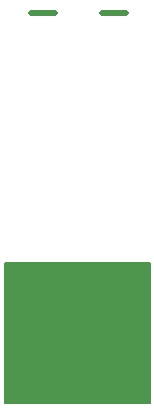
<source format=gbr>
%TF.GenerationSoftware,KiCad,Pcbnew,(6.0.11)*%
%TF.CreationDate,2024-01-12T21:03:44+00:00*%
%TF.ProjectId,EcoIDSolder,45636f49-4453-46f6-9c64-65722e6b6963,rev?*%
%TF.SameCoordinates,Original*%
%TF.FileFunction,Legend,Top*%
%TF.FilePolarity,Positive*%
%FSLAX46Y46*%
G04 Gerber Fmt 4.6, Leading zero omitted, Abs format (unit mm)*
G04 Created by KiCad (PCBNEW (6.0.11)) date 2024-01-12 21:03:44*
%MOMM*%
%LPD*%
G01*
G04 APERTURE LIST*
%ADD10C,0.500000*%
%ADD11C,0.150000*%
G04 APERTURE END LIST*
D10*
X169340000Y-70660000D02*
X171320000Y-70660000D01*
X175340000Y-70660000D02*
X177320000Y-70660000D01*
D11*
X167075000Y-91850000D02*
X179395000Y-91850000D01*
X179395000Y-91850000D02*
X179395000Y-103710000D01*
X179395000Y-103710000D02*
X167075000Y-103710000D01*
X167075000Y-103710000D02*
X167075000Y-91850000D01*
G36*
X167075000Y-91850000D02*
G01*
X179395000Y-91850000D01*
X179395000Y-103710000D01*
X167075000Y-103710000D01*
X167075000Y-91850000D01*
G37*
M02*

</source>
